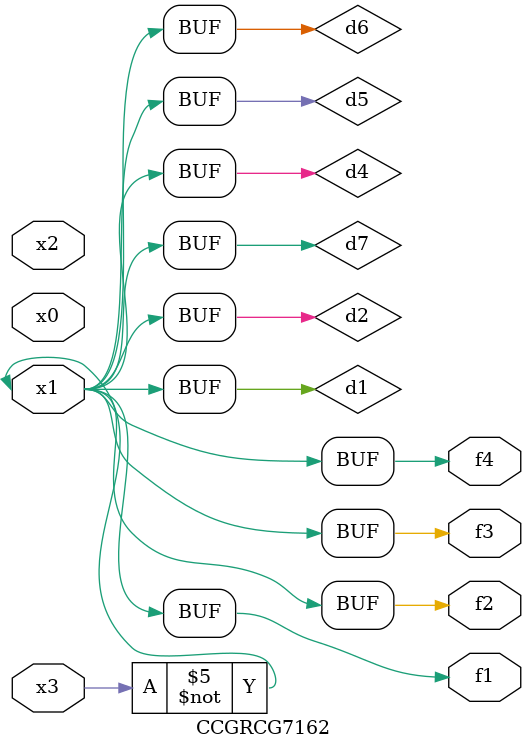
<source format=v>
module CCGRCG7162(
	input x0, x1, x2, x3,
	output f1, f2, f3, f4
);

	wire d1, d2, d3, d4, d5, d6, d7;

	not (d1, x3);
	buf (d2, x1);
	xnor (d3, d1, d2);
	nor (d4, d1);
	buf (d5, d1, d2);
	buf (d6, d4, d5);
	nand (d7, d4);
	assign f1 = d6;
	assign f2 = d7;
	assign f3 = d6;
	assign f4 = d6;
endmodule

</source>
